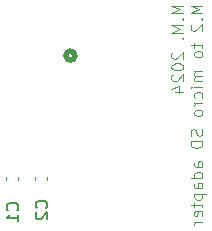
<source format=gbr>
%TF.GenerationSoftware,KiCad,Pcbnew,7.0.11-7.0.11~ubuntu22.04.1*%
%TF.CreationDate,2024-05-19T21:46:35+02:00*%
%TF.ProjectId,m.2_usd,6d2e325f-7573-4642-9e6b-696361645f70,rev?*%
%TF.SameCoordinates,Original*%
%TF.FileFunction,Legend,Bot*%
%TF.FilePolarity,Positive*%
%FSLAX46Y46*%
G04 Gerber Fmt 4.6, Leading zero omitted, Abs format (unit mm)*
G04 Created by KiCad (PCBNEW 7.0.11-7.0.11~ubuntu22.04.1) date 2024-05-19 21:46:35*
%MOMM*%
%LPD*%
G01*
G04 APERTURE LIST*
%ADD10C,0.100000*%
%ADD11C,0.150000*%
%ADD12C,0.120000*%
%ADD13C,0.508000*%
G04 APERTURE END LIST*
D10*
X8312419Y28346115D02*
X7312419Y28346115D01*
X7312419Y28346115D02*
X8026704Y28012782D01*
X8026704Y28012782D02*
X7312419Y27679449D01*
X7312419Y27679449D02*
X8312419Y27679449D01*
X8217180Y27203258D02*
X8264800Y27155639D01*
X8264800Y27155639D02*
X8312419Y27203258D01*
X8312419Y27203258D02*
X8264800Y27250877D01*
X8264800Y27250877D02*
X8217180Y27203258D01*
X8217180Y27203258D02*
X8312419Y27203258D01*
X8312419Y26727068D02*
X7312419Y26727068D01*
X7312419Y26727068D02*
X8026704Y26393735D01*
X8026704Y26393735D02*
X7312419Y26060402D01*
X7312419Y26060402D02*
X8312419Y26060402D01*
X8217180Y25584211D02*
X8264800Y25536592D01*
X8264800Y25536592D02*
X8312419Y25584211D01*
X8312419Y25584211D02*
X8264800Y25631830D01*
X8264800Y25631830D02*
X8217180Y25584211D01*
X8217180Y25584211D02*
X8312419Y25584211D01*
X7407657Y24393735D02*
X7360038Y24346116D01*
X7360038Y24346116D02*
X7312419Y24250878D01*
X7312419Y24250878D02*
X7312419Y24012783D01*
X7312419Y24012783D02*
X7360038Y23917545D01*
X7360038Y23917545D02*
X7407657Y23869926D01*
X7407657Y23869926D02*
X7502895Y23822307D01*
X7502895Y23822307D02*
X7598133Y23822307D01*
X7598133Y23822307D02*
X7740990Y23869926D01*
X7740990Y23869926D02*
X8312419Y24441354D01*
X8312419Y24441354D02*
X8312419Y23822307D01*
X7312419Y23203259D02*
X7312419Y23108021D01*
X7312419Y23108021D02*
X7360038Y23012783D01*
X7360038Y23012783D02*
X7407657Y22965164D01*
X7407657Y22965164D02*
X7502895Y22917545D01*
X7502895Y22917545D02*
X7693371Y22869926D01*
X7693371Y22869926D02*
X7931466Y22869926D01*
X7931466Y22869926D02*
X8121942Y22917545D01*
X8121942Y22917545D02*
X8217180Y22965164D01*
X8217180Y22965164D02*
X8264800Y23012783D01*
X8264800Y23012783D02*
X8312419Y23108021D01*
X8312419Y23108021D02*
X8312419Y23203259D01*
X8312419Y23203259D02*
X8264800Y23298497D01*
X8264800Y23298497D02*
X8217180Y23346116D01*
X8217180Y23346116D02*
X8121942Y23393735D01*
X8121942Y23393735D02*
X7931466Y23441354D01*
X7931466Y23441354D02*
X7693371Y23441354D01*
X7693371Y23441354D02*
X7502895Y23393735D01*
X7502895Y23393735D02*
X7407657Y23346116D01*
X7407657Y23346116D02*
X7360038Y23298497D01*
X7360038Y23298497D02*
X7312419Y23203259D01*
X7407657Y22488973D02*
X7360038Y22441354D01*
X7360038Y22441354D02*
X7312419Y22346116D01*
X7312419Y22346116D02*
X7312419Y22108021D01*
X7312419Y22108021D02*
X7360038Y22012783D01*
X7360038Y22012783D02*
X7407657Y21965164D01*
X7407657Y21965164D02*
X7502895Y21917545D01*
X7502895Y21917545D02*
X7598133Y21917545D01*
X7598133Y21917545D02*
X7740990Y21965164D01*
X7740990Y21965164D02*
X8312419Y22536592D01*
X8312419Y22536592D02*
X8312419Y21917545D01*
X7645752Y21060402D02*
X8312419Y21060402D01*
X7264800Y21298497D02*
X7979085Y21536592D01*
X7979085Y21536592D02*
X7979085Y20917545D01*
X9922419Y28346115D02*
X8922419Y28346115D01*
X8922419Y28346115D02*
X9636704Y28012782D01*
X9636704Y28012782D02*
X8922419Y27679449D01*
X8922419Y27679449D02*
X9922419Y27679449D01*
X9827180Y27203258D02*
X9874800Y27155639D01*
X9874800Y27155639D02*
X9922419Y27203258D01*
X9922419Y27203258D02*
X9874800Y27250877D01*
X9874800Y27250877D02*
X9827180Y27203258D01*
X9827180Y27203258D02*
X9922419Y27203258D01*
X9017657Y26774687D02*
X8970038Y26727068D01*
X8970038Y26727068D02*
X8922419Y26631830D01*
X8922419Y26631830D02*
X8922419Y26393735D01*
X8922419Y26393735D02*
X8970038Y26298497D01*
X8970038Y26298497D02*
X9017657Y26250878D01*
X9017657Y26250878D02*
X9112895Y26203259D01*
X9112895Y26203259D02*
X9208133Y26203259D01*
X9208133Y26203259D02*
X9350990Y26250878D01*
X9350990Y26250878D02*
X9922419Y26822306D01*
X9922419Y26822306D02*
X9922419Y26203259D01*
X9255752Y25155639D02*
X9255752Y24774687D01*
X8922419Y25012782D02*
X9779561Y25012782D01*
X9779561Y25012782D02*
X9874800Y24965163D01*
X9874800Y24965163D02*
X9922419Y24869925D01*
X9922419Y24869925D02*
X9922419Y24774687D01*
X9922419Y24298496D02*
X9874800Y24393734D01*
X9874800Y24393734D02*
X9827180Y24441353D01*
X9827180Y24441353D02*
X9731942Y24488972D01*
X9731942Y24488972D02*
X9446228Y24488972D01*
X9446228Y24488972D02*
X9350990Y24441353D01*
X9350990Y24441353D02*
X9303371Y24393734D01*
X9303371Y24393734D02*
X9255752Y24298496D01*
X9255752Y24298496D02*
X9255752Y24155639D01*
X9255752Y24155639D02*
X9303371Y24060401D01*
X9303371Y24060401D02*
X9350990Y24012782D01*
X9350990Y24012782D02*
X9446228Y23965163D01*
X9446228Y23965163D02*
X9731942Y23965163D01*
X9731942Y23965163D02*
X9827180Y24012782D01*
X9827180Y24012782D02*
X9874800Y24060401D01*
X9874800Y24060401D02*
X9922419Y24155639D01*
X9922419Y24155639D02*
X9922419Y24298496D01*
X9922419Y22774686D02*
X9255752Y22774686D01*
X9350990Y22774686D02*
X9303371Y22727067D01*
X9303371Y22727067D02*
X9255752Y22631829D01*
X9255752Y22631829D02*
X9255752Y22488972D01*
X9255752Y22488972D02*
X9303371Y22393734D01*
X9303371Y22393734D02*
X9398609Y22346115D01*
X9398609Y22346115D02*
X9922419Y22346115D01*
X9398609Y22346115D02*
X9303371Y22298496D01*
X9303371Y22298496D02*
X9255752Y22203258D01*
X9255752Y22203258D02*
X9255752Y22060401D01*
X9255752Y22060401D02*
X9303371Y21965162D01*
X9303371Y21965162D02*
X9398609Y21917543D01*
X9398609Y21917543D02*
X9922419Y21917543D01*
X9922419Y21441353D02*
X9255752Y21441353D01*
X8922419Y21441353D02*
X8970038Y21488972D01*
X8970038Y21488972D02*
X9017657Y21441353D01*
X9017657Y21441353D02*
X8970038Y21393734D01*
X8970038Y21393734D02*
X8922419Y21441353D01*
X8922419Y21441353D02*
X9017657Y21441353D01*
X9874800Y20536592D02*
X9922419Y20631830D01*
X9922419Y20631830D02*
X9922419Y20822306D01*
X9922419Y20822306D02*
X9874800Y20917544D01*
X9874800Y20917544D02*
X9827180Y20965163D01*
X9827180Y20965163D02*
X9731942Y21012782D01*
X9731942Y21012782D02*
X9446228Y21012782D01*
X9446228Y21012782D02*
X9350990Y20965163D01*
X9350990Y20965163D02*
X9303371Y20917544D01*
X9303371Y20917544D02*
X9255752Y20822306D01*
X9255752Y20822306D02*
X9255752Y20631830D01*
X9255752Y20631830D02*
X9303371Y20536592D01*
X9922419Y20108020D02*
X9255752Y20108020D01*
X9446228Y20108020D02*
X9350990Y20060401D01*
X9350990Y20060401D02*
X9303371Y20012782D01*
X9303371Y20012782D02*
X9255752Y19917544D01*
X9255752Y19917544D02*
X9255752Y19822306D01*
X9922419Y19346115D02*
X9874800Y19441353D01*
X9874800Y19441353D02*
X9827180Y19488972D01*
X9827180Y19488972D02*
X9731942Y19536591D01*
X9731942Y19536591D02*
X9446228Y19536591D01*
X9446228Y19536591D02*
X9350990Y19488972D01*
X9350990Y19488972D02*
X9303371Y19441353D01*
X9303371Y19441353D02*
X9255752Y19346115D01*
X9255752Y19346115D02*
X9255752Y19203258D01*
X9255752Y19203258D02*
X9303371Y19108020D01*
X9303371Y19108020D02*
X9350990Y19060401D01*
X9350990Y19060401D02*
X9446228Y19012782D01*
X9446228Y19012782D02*
X9731942Y19012782D01*
X9731942Y19012782D02*
X9827180Y19060401D01*
X9827180Y19060401D02*
X9874800Y19108020D01*
X9874800Y19108020D02*
X9922419Y19203258D01*
X9922419Y19203258D02*
X9922419Y19346115D01*
X9874800Y17869924D02*
X9922419Y17727067D01*
X9922419Y17727067D02*
X9922419Y17488972D01*
X9922419Y17488972D02*
X9874800Y17393734D01*
X9874800Y17393734D02*
X9827180Y17346115D01*
X9827180Y17346115D02*
X9731942Y17298496D01*
X9731942Y17298496D02*
X9636704Y17298496D01*
X9636704Y17298496D02*
X9541466Y17346115D01*
X9541466Y17346115D02*
X9493847Y17393734D01*
X9493847Y17393734D02*
X9446228Y17488972D01*
X9446228Y17488972D02*
X9398609Y17679448D01*
X9398609Y17679448D02*
X9350990Y17774686D01*
X9350990Y17774686D02*
X9303371Y17822305D01*
X9303371Y17822305D02*
X9208133Y17869924D01*
X9208133Y17869924D02*
X9112895Y17869924D01*
X9112895Y17869924D02*
X9017657Y17822305D01*
X9017657Y17822305D02*
X8970038Y17774686D01*
X8970038Y17774686D02*
X8922419Y17679448D01*
X8922419Y17679448D02*
X8922419Y17441353D01*
X8922419Y17441353D02*
X8970038Y17298496D01*
X9922419Y16869924D02*
X8922419Y16869924D01*
X8922419Y16869924D02*
X8922419Y16631829D01*
X8922419Y16631829D02*
X8970038Y16488972D01*
X8970038Y16488972D02*
X9065276Y16393734D01*
X9065276Y16393734D02*
X9160514Y16346115D01*
X9160514Y16346115D02*
X9350990Y16298496D01*
X9350990Y16298496D02*
X9493847Y16298496D01*
X9493847Y16298496D02*
X9684323Y16346115D01*
X9684323Y16346115D02*
X9779561Y16393734D01*
X9779561Y16393734D02*
X9874800Y16488972D01*
X9874800Y16488972D02*
X9922419Y16631829D01*
X9922419Y16631829D02*
X9922419Y16869924D01*
X9922419Y14679448D02*
X9398609Y14679448D01*
X9398609Y14679448D02*
X9303371Y14727067D01*
X9303371Y14727067D02*
X9255752Y14822305D01*
X9255752Y14822305D02*
X9255752Y15012781D01*
X9255752Y15012781D02*
X9303371Y15108019D01*
X9874800Y14679448D02*
X9922419Y14774686D01*
X9922419Y14774686D02*
X9922419Y15012781D01*
X9922419Y15012781D02*
X9874800Y15108019D01*
X9874800Y15108019D02*
X9779561Y15155638D01*
X9779561Y15155638D02*
X9684323Y15155638D01*
X9684323Y15155638D02*
X9589085Y15108019D01*
X9589085Y15108019D02*
X9541466Y15012781D01*
X9541466Y15012781D02*
X9541466Y14774686D01*
X9541466Y14774686D02*
X9493847Y14679448D01*
X9922419Y13774686D02*
X8922419Y13774686D01*
X9874800Y13774686D02*
X9922419Y13869924D01*
X9922419Y13869924D02*
X9922419Y14060400D01*
X9922419Y14060400D02*
X9874800Y14155638D01*
X9874800Y14155638D02*
X9827180Y14203257D01*
X9827180Y14203257D02*
X9731942Y14250876D01*
X9731942Y14250876D02*
X9446228Y14250876D01*
X9446228Y14250876D02*
X9350990Y14203257D01*
X9350990Y14203257D02*
X9303371Y14155638D01*
X9303371Y14155638D02*
X9255752Y14060400D01*
X9255752Y14060400D02*
X9255752Y13869924D01*
X9255752Y13869924D02*
X9303371Y13774686D01*
X9922419Y12869924D02*
X9398609Y12869924D01*
X9398609Y12869924D02*
X9303371Y12917543D01*
X9303371Y12917543D02*
X9255752Y13012781D01*
X9255752Y13012781D02*
X9255752Y13203257D01*
X9255752Y13203257D02*
X9303371Y13298495D01*
X9874800Y12869924D02*
X9922419Y12965162D01*
X9922419Y12965162D02*
X9922419Y13203257D01*
X9922419Y13203257D02*
X9874800Y13298495D01*
X9874800Y13298495D02*
X9779561Y13346114D01*
X9779561Y13346114D02*
X9684323Y13346114D01*
X9684323Y13346114D02*
X9589085Y13298495D01*
X9589085Y13298495D02*
X9541466Y13203257D01*
X9541466Y13203257D02*
X9541466Y12965162D01*
X9541466Y12965162D02*
X9493847Y12869924D01*
X9255752Y12393733D02*
X10255752Y12393733D01*
X9303371Y12393733D02*
X9255752Y12298495D01*
X9255752Y12298495D02*
X9255752Y12108019D01*
X9255752Y12108019D02*
X9303371Y12012781D01*
X9303371Y12012781D02*
X9350990Y11965162D01*
X9350990Y11965162D02*
X9446228Y11917543D01*
X9446228Y11917543D02*
X9731942Y11917543D01*
X9731942Y11917543D02*
X9827180Y11965162D01*
X9827180Y11965162D02*
X9874800Y12012781D01*
X9874800Y12012781D02*
X9922419Y12108019D01*
X9922419Y12108019D02*
X9922419Y12298495D01*
X9922419Y12298495D02*
X9874800Y12393733D01*
X9255752Y11631828D02*
X9255752Y11250876D01*
X8922419Y11488971D02*
X9779561Y11488971D01*
X9779561Y11488971D02*
X9874800Y11441352D01*
X9874800Y11441352D02*
X9922419Y11346114D01*
X9922419Y11346114D02*
X9922419Y11250876D01*
X9874800Y10536590D02*
X9922419Y10631828D01*
X9922419Y10631828D02*
X9922419Y10822304D01*
X9922419Y10822304D02*
X9874800Y10917542D01*
X9874800Y10917542D02*
X9779561Y10965161D01*
X9779561Y10965161D02*
X9398609Y10965161D01*
X9398609Y10965161D02*
X9303371Y10917542D01*
X9303371Y10917542D02*
X9255752Y10822304D01*
X9255752Y10822304D02*
X9255752Y10631828D01*
X9255752Y10631828D02*
X9303371Y10536590D01*
X9303371Y10536590D02*
X9398609Y10488971D01*
X9398609Y10488971D02*
X9493847Y10488971D01*
X9493847Y10488971D02*
X9589085Y10965161D01*
X9922419Y10060399D02*
X9255752Y10060399D01*
X9446228Y10060399D02*
X9350990Y10012780D01*
X9350990Y10012780D02*
X9303371Y9965161D01*
X9303371Y9965161D02*
X9255752Y9869923D01*
X9255752Y9869923D02*
X9255752Y9774685D01*
D11*
X-3290419Y11216666D02*
X-3242800Y11264285D01*
X-3242800Y11264285D02*
X-3195180Y11407142D01*
X-3195180Y11407142D02*
X-3195180Y11502380D01*
X-3195180Y11502380D02*
X-3242800Y11645237D01*
X-3242800Y11645237D02*
X-3338038Y11740475D01*
X-3338038Y11740475D02*
X-3433276Y11788094D01*
X-3433276Y11788094D02*
X-3623752Y11835713D01*
X-3623752Y11835713D02*
X-3766609Y11835713D01*
X-3766609Y11835713D02*
X-3957085Y11788094D01*
X-3957085Y11788094D02*
X-4052323Y11740475D01*
X-4052323Y11740475D02*
X-4147561Y11645237D01*
X-4147561Y11645237D02*
X-4195180Y11502380D01*
X-4195180Y11502380D02*
X-4195180Y11407142D01*
X-4195180Y11407142D02*
X-4147561Y11264285D01*
X-4147561Y11264285D02*
X-4099942Y11216666D01*
X-4099942Y10835713D02*
X-4147561Y10788094D01*
X-4147561Y10788094D02*
X-4195180Y10692856D01*
X-4195180Y10692856D02*
X-4195180Y10454761D01*
X-4195180Y10454761D02*
X-4147561Y10359523D01*
X-4147561Y10359523D02*
X-4099942Y10311904D01*
X-4099942Y10311904D02*
X-4004704Y10264285D01*
X-4004704Y10264285D02*
X-3909466Y10264285D01*
X-3909466Y10264285D02*
X-3766609Y10311904D01*
X-3766609Y10311904D02*
X-3195180Y10883332D01*
X-3195180Y10883332D02*
X-3195180Y10264285D01*
X-5740419Y11016666D02*
X-5692800Y11064285D01*
X-5692800Y11064285D02*
X-5645180Y11207142D01*
X-5645180Y11207142D02*
X-5645180Y11302380D01*
X-5645180Y11302380D02*
X-5692800Y11445237D01*
X-5692800Y11445237D02*
X-5788038Y11540475D01*
X-5788038Y11540475D02*
X-5883276Y11588094D01*
X-5883276Y11588094D02*
X-6073752Y11635713D01*
X-6073752Y11635713D02*
X-6216609Y11635713D01*
X-6216609Y11635713D02*
X-6407085Y11588094D01*
X-6407085Y11588094D02*
X-6502323Y11540475D01*
X-6502323Y11540475D02*
X-6597561Y11445237D01*
X-6597561Y11445237D02*
X-6645180Y11302380D01*
X-6645180Y11302380D02*
X-6645180Y11207142D01*
X-6645180Y11207142D02*
X-6597561Y11064285D01*
X-6597561Y11064285D02*
X-6549942Y11016666D01*
X-5645180Y10064285D02*
X-5645180Y10635713D01*
X-5645180Y10349999D02*
X-6645180Y10349999D01*
X-6645180Y10349999D02*
X-6502323Y10445237D01*
X-6502323Y10445237D02*
X-6407085Y10540475D01*
X-6407085Y10540475D02*
X-6359466Y10635713D01*
D12*
%TO.C,C2*%
X-3190000Y13840580D02*
X-3190000Y13559420D01*
X-4210000Y13840580D02*
X-4210000Y13559420D01*
%TO.C,C1*%
X-5700000Y13840580D02*
X-5700000Y13559420D01*
X-6720000Y13840580D02*
X-6720000Y13559420D01*
D13*
%TO.C,J2*%
X-868100Y24107500D02*
G75*
G03*
X-1630100Y24107500I-381000J0D01*
G01*
X-1630100Y24107500D02*
G75*
G03*
X-868100Y24107500I381000J0D01*
G01*
%TD*%
M02*

</source>
